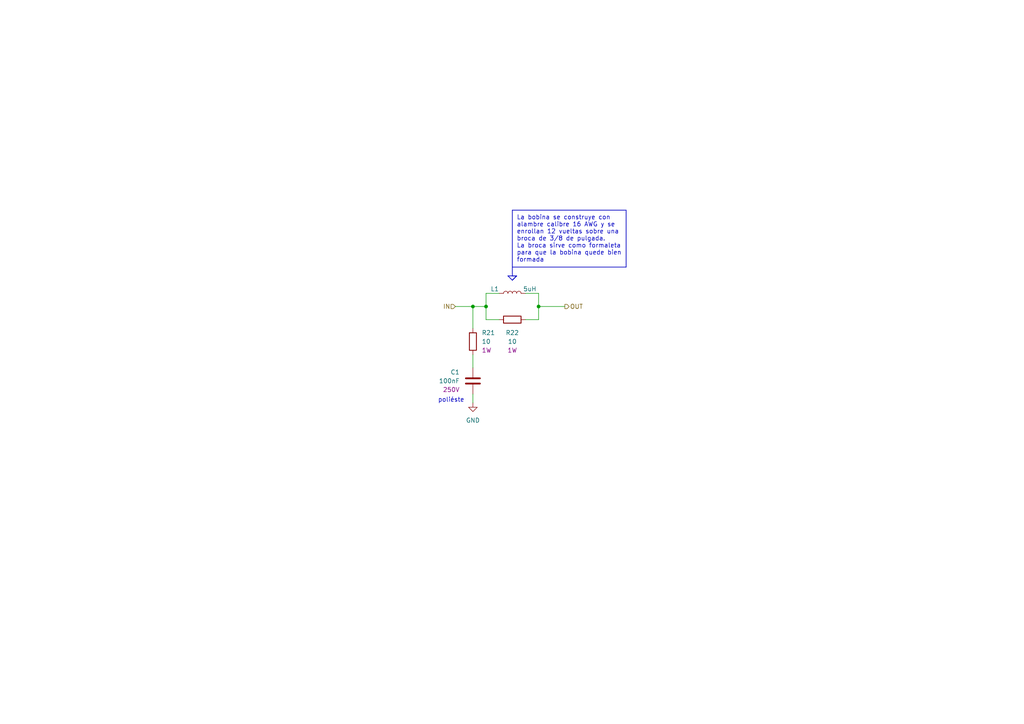
<source format=kicad_sch>
(kicad_sch (version 20230121) (generator eeschema)
  (paper "A4")
  (title_block (title "Barra de potencia") (date "2023-03-11") (rev "v0.0.1") (company "https://maykolrey.com"))
  (lib_symbols
    (symbol "Device:C" (pin_numbers hide) (pin_names (offset 0.254))
      (property "Reference" "C" (at 0.635 2.54 0))
      (property "Value" "C" (at 0.635 -2.54 0))
      (symbol "C_0_1"
        (polyline (pts (xy -2.032 -0.762) (xy 2.032 -0.762)) (stroke (width 0.508)))
        (polyline (pts (xy -2.032 0.762) (xy 2.032 0.762)) (stroke (width 0.508)))
      )
      (symbol "C_1_1"
        (pin passive line (at 0 3.81 270) (length 2.794) (name "~") (number "1"))
        (pin passive line (at 0 -3.81 90) (length 2.794) (name "~") (number "2"))
      )
    )
    (symbol "Device:L" (pin_numbers hide) (pin_names (offset 1.016) hide)
      (property "Reference" "L" (at -1.27 0 90))
      (property "Value" "L" (at 1.905 0 90))
      (symbol "L_0_1"
        (arc (start 0 -2.54) (mid 0.6323 -1.905) (end 0 -1.27))
        (arc (start 0 -1.27) (mid 0.6323 -0.635) (end 0 0))
        (arc (start 0 0) (mid 0.6323 0.635) (end 0 1.27))
        (arc (start 0 1.27) (mid 0.6323 1.905) (end 0 2.54))
      )
      (symbol "L_1_1"
        (pin passive line (at 0 3.81 270) (length 1.27) (name "1") (number "1"))
        (pin passive line (at 0 -3.81 90) (length 1.27) (name "2") (number "2"))
      )
    )
    (symbol "Device:R" (pin_numbers hide) (pin_names (offset 0))
      (property "Reference" "R" (at 2.032 0 90))
      (property "Value" "R" (at 0 0 90))
      (symbol "R_0_1"
        (rectangle (start -1.016 -2.54) (end 1.016 2.54) (stroke (width 0.254)))
      )
      (symbol "R_1_1"
        (pin passive line (at 0 3.81 270) (length 1.27) (name "~") (number "1"))
        (pin passive line (at 0 -3.81 90) (length 1.27) (name "~") (number "2"))
      )
    )
    (symbol "power:GND" (power) (pin_names (offset 0))
      (property "Value" "GND" (at 0 -3.81 0))
      (symbol "GND_0_1"
        (polyline (pts (xy 0 0) (xy 0 -1.27) (xy 1.27 -1.27) (xy 0 -2.54) (xy -1.27 -1.27) (xy 0 -1.27)))
      )
      (symbol "GND_1_1"
        (pin power_in line (at 0 0 270) (length 0) hide (name "GND") (number "1"))
      )
    )
  )
  (junction (at 140.97 88.9))
  (junction (at 137.16 88.9))
  (junction (at 156.21 88.9))
  (wire (pts (xy 140.97 92.71) (xy 144.78 92.71)))
  (wire (pts (xy 156.21 88.9) (xy 163.83 88.9)))
  (wire (pts (xy 156.21 85.09) (xy 152.4 85.09)))
  (wire (pts (xy 137.16 88.9) (xy 140.97 88.9)))
  (wire (pts (xy 156.21 88.9) (xy 156.21 85.09)))
  (polyline (pts (xy 148.59 60.96) (xy 148.59 80.01)) (stroke (width 0.2) (type solid)))
  (polyline (pts (xy 149.86 80.01) (xy 148.59 81.28)) (stroke (width 0.2) (type solid)))
  (polyline (pts (xy 149.86 80.01) (xy 148.59 80.01)) (stroke (width 0.2) (type solid)))
  (wire (pts (xy 152.4 92.71) (xy 156.21 92.71)))
  (wire (pts (xy 140.97 85.09) (xy 140.97 88.9)))
  (polyline (pts (xy 147.32 80.01) (xy 148.59 81.28)) (stroke (width 0.2) (type solid)))
  (wire (pts (xy 132.08 88.9) (xy 137.16 88.9)))
  (polyline (pts (xy 181.61 60.96) (xy 148.59 60.96)) (stroke (width 0.2) (type solid)))
  (wire (pts (xy 140.97 88.9) (xy 140.97 92.71)))
  (polyline (pts (xy 148.59 77.47) (xy 181.61 77.47)) (stroke (width 0.2) (type solid)))
  (polyline (pts (xy 149.86 80.01) (xy 148.59 80.01)) (stroke (width 0.2) (type solid)))
  (wire (pts (xy 144.78 85.09) (xy 140.97 85.09)))
  (wire (pts (xy 137.16 102.87) (xy 137.16 106.68)))
  (polyline (pts (xy 181.61 77.47) (xy 181.61 60.96)) (stroke (width 0.2) (type solid)))
  (wire (pts (xy 156.21 92.71) (xy 156.21 88.9)))
  (wire (pts (xy 137.16 114.3) (xy 137.16 116.84)))
  (wire (pts (xy 137.16 95.25) (xy 137.16 88.9)))
  (polyline (pts (xy 148.59 81.28) (xy 149.86 80.01)) (stroke (width 0.2) (type solid)))
  (polyline (pts (xy 148.59 80.01) (xy 147.32 80.01)) (stroke (width 0.2) (type solid)))
  (text "La bobina se construye con \nalambre calibre 16 AWG y se \nenrollan 12 vueltas sobre una \nbroca de 3/8 de pulgada. \nLa broca sirve como formaleta \npara que la bobina quede bien \nformada" (at 149.86 76.2 0) (effects (font (size 1.27 1.27)) (justify left bottom)))
  (text "poliéste" (at 127 116.84 0) (effects (font (size 1.27 1.27)) (justify left bottom)))
  (hierarchical_label "IN" (shape input) (at 132.08 88.9 180))
  (hierarchical_label "OUT" (shape output) (at 163.83 88.9 0))
  (symbol (lib_id "Device:L") (at 148.59 85.09 90) (unit 1)
    (property "Reference" "L1" (at 143.51 83.82 90))
    (property "Value" "5uH" (at 153.67 83.82 90))
    (property "Footprint" "Inductor_THT:L_Axial_L16.0mm_D9.5mm_P20.32mm_Horizontal_Vishay_IM-10-37" (effects hide))
  )
  (symbol (lib_id "Device:C") (at 137.16 110.49 0) (unit 1)
    (property "Reference" "C1" (at 133.35 107.9499 0) (effects (justify right)))
    (property "Value" "100nF" (at 133.35 110.4899 0) (effects (justify right)))
    (property "Footprint" "Capacitor_THT:C_Disc_D10.5mm_W5.0mm_P10.00mm" (effects hide))
    (property "VOLTAGE" "250V" (at 133.35 113.0299 0) (effects (justify right)))
  )
  (symbol (lib_id "Device:R") (at 137.16 99.06 180) (unit 1)
    (property "Reference" "R21" (at 139.7 96.5199 0) (effects (justify right)))
    (property "Value" "10" (at 139.7 99.0599 0) (effects (justify right)))
    (property "Footprint" "Resistor_THT:R_Axial_DIN0414_L11.9mm_D4.5mm_P15.24mm_Horizontal" (effects hide))
    (property "POWER" "1W" (at 139.7 101.5999 0) (effects (justify right)))
  )
  (symbol (lib_id "Device:R") (at 148.59 92.71 90) (unit 1)
    (property "Reference" "R22" (at 148.59 96.52 90))
    (property "Value" "10" (at 148.59 99.06 90))
    (property "Footprint" "Resistor_THT:R_Axial_DIN0414_L11.9mm_D4.5mm_P15.24mm_Horizontal" (effects hide))
    (property "POWER" "1W" (at 148.59 101.6 90))
  )
  (symbol (lib_id "power:GND") (at 137.16 116.84 0) (unit 1)
    (property "Reference" "#PWR03" (effects hide))
    (property "Value" "GND" (at 137.16 121.92 0))
  )
)
</source>
